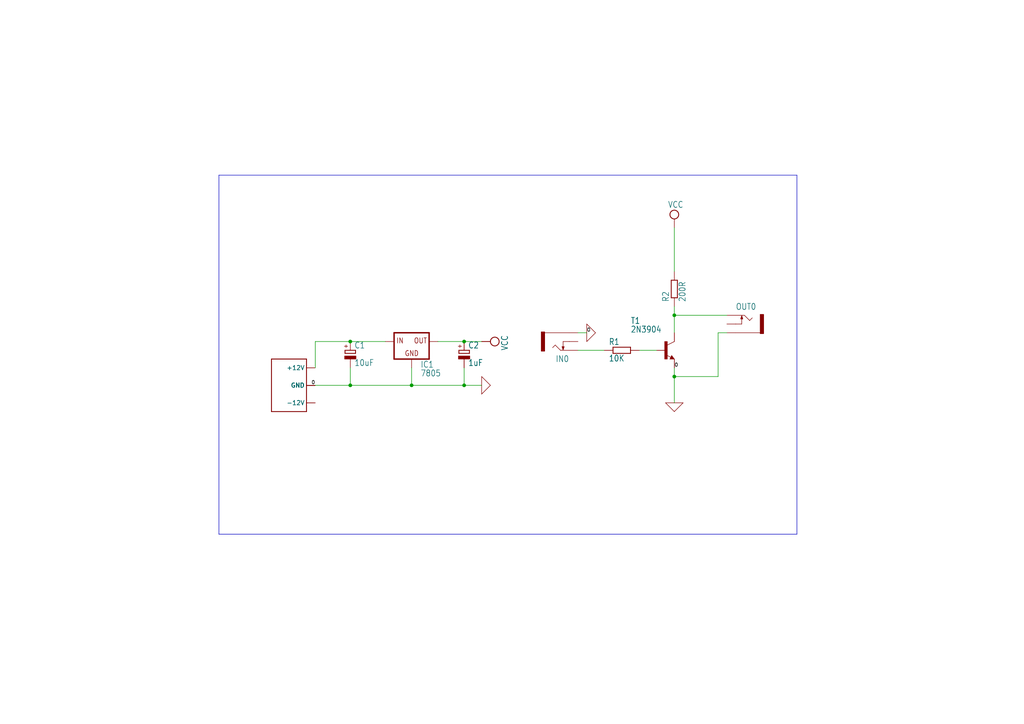
<source format=kicad_sch>
(kicad_sch (version 20211123) (generator eeschema)

  (uuid 9d16e1ca-5af8-4bf4-a4fd-f063344e6133)

  (paper "A4")

  (lib_symbols
    (symbol "notgate-eagle-import:-NPN-TO92-EBC" (in_bom yes) (on_board yes)
      (property "Reference" "T" (id 0) (at -10.16 7.62 0)
        (effects (font (size 1.778 1.5113)) (justify left bottom))
      )
      (property "Value" "-NPN-TO92-EBC" (id 1) (at -10.16 5.08 0)
        (effects (font (size 1.778 1.5113)) (justify left bottom))
      )
      (property "Footprint" "notgate:TO92-EBC" (id 2) (at 0 0 0)
        (effects (font (size 1.27 1.27)) hide)
      )
      (property "Datasheet" "" (id 3) (at 0 0 0)
        (effects (font (size 1.27 1.27)) hide)
      )
      (property "ki_locked" "" (id 4) (at 0 0 0)
        (effects (font (size 1.27 1.27)))
      )
      (symbol "-NPN-TO92-EBC_1_0"
        (rectangle (start -0.254 -2.54) (end 0.508 2.54)
          (stroke (width 0) (type default) (color 0 0 0 0))
          (fill (type outline))
        )
        (polyline
          (pts
            (xy 1.27 -2.54)
            (xy 1.778 -1.524)
          )
          (stroke (width 0.1524) (type default) (color 0 0 0 0))
          (fill (type none))
        )
        (polyline
          (pts
            (xy 1.524 -2.413)
            (xy 2.286 -2.413)
          )
          (stroke (width 0.254) (type default) (color 0 0 0 0))
          (fill (type none))
        )
        (polyline
          (pts
            (xy 1.524 -2.286)
            (xy 1.905 -2.286)
          )
          (stroke (width 0.254) (type default) (color 0 0 0 0))
          (fill (type none))
        )
        (polyline
          (pts
            (xy 1.54 -2.04)
            (xy 0.308 -1.424)
          )
          (stroke (width 0.1524) (type default) (color 0 0 0 0))
          (fill (type none))
        )
        (polyline
          (pts
            (xy 1.778 -1.778)
            (xy 1.524 -2.286)
          )
          (stroke (width 0.254) (type default) (color 0 0 0 0))
          (fill (type none))
        )
        (polyline
          (pts
            (xy 1.778 -1.524)
            (xy 2.54 -2.54)
          )
          (stroke (width 0.1524) (type default) (color 0 0 0 0))
          (fill (type none))
        )
        (polyline
          (pts
            (xy 1.905 -2.286)
            (xy 1.778 -2.032)
          )
          (stroke (width 0.254) (type default) (color 0 0 0 0))
          (fill (type none))
        )
        (polyline
          (pts
            (xy 2.286 -2.413)
            (xy 1.778 -1.778)
          )
          (stroke (width 0.254) (type default) (color 0 0 0 0))
          (fill (type none))
        )
        (polyline
          (pts
            (xy 2.54 -2.54)
            (xy 1.27 -2.54)
          )
          (stroke (width 0.1524) (type default) (color 0 0 0 0))
          (fill (type none))
        )
        (polyline
          (pts
            (xy 2.54 2.54)
            (xy 0.508 1.524)
          )
          (stroke (width 0.1524) (type default) (color 0 0 0 0))
          (fill (type none))
        )
        (pin passive line (at -2.54 0 0) (length 2.54)
          (name "B" (effects (font (size 0 0))))
          (number "B" (effects (font (size 0 0))))
        )
        (pin passive line (at 2.54 5.08 270) (length 2.54)
          (name "C" (effects (font (size 0 0))))
          (number "C" (effects (font (size 0 0))))
        )
        (pin passive line (at 2.54 -5.08 90) (length 2.54)
          (name "E" (effects (font (size 0 0))))
          (number "E" (effects (font (size 0 0))))
        )
      )
    )
    (symbol "notgate-eagle-import:78MXXL" (in_bom yes) (on_board yes)
      (property "Reference" "IC" (id 0) (at 2.54 -7.62 0)
        (effects (font (size 1.778 1.5113)) (justify left bottom))
      )
      (property "Value" "78MXXL" (id 1) (at 2.54 -10.16 0)
        (effects (font (size 1.778 1.5113)) (justify left bottom))
      )
      (property "Footprint" "notgate:78MXXL" (id 2) (at 0 0 0)
        (effects (font (size 1.27 1.27)) hide)
      )
      (property "Datasheet" "" (id 3) (at 0 0 0)
        (effects (font (size 1.27 1.27)) hide)
      )
      (property "ki_locked" "" (id 4) (at 0 0 0)
        (effects (font (size 1.27 1.27)))
      )
      (symbol "78MXXL_1_0"
        (polyline
          (pts
            (xy -5.08 -5.08)
            (xy 5.08 -5.08)
          )
          (stroke (width 0.4064) (type default) (color 0 0 0 0))
          (fill (type none))
        )
        (polyline
          (pts
            (xy -5.08 2.54)
            (xy -5.08 -5.08)
          )
          (stroke (width 0.4064) (type default) (color 0 0 0 0))
          (fill (type none))
        )
        (polyline
          (pts
            (xy 5.08 -5.08)
            (xy 5.08 2.54)
          )
          (stroke (width 0.4064) (type default) (color 0 0 0 0))
          (fill (type none))
        )
        (polyline
          (pts
            (xy 5.08 2.54)
            (xy -5.08 2.54)
          )
          (stroke (width 0.4064) (type default) (color 0 0 0 0))
          (fill (type none))
        )
        (text "GND" (at -2.032 -4.318 0)
          (effects (font (size 1.524 1.2954)) (justify left bottom))
        )
        (text "IN" (at -4.445 -0.635 0)
          (effects (font (size 1.524 1.2954)) (justify left bottom))
        )
        (text "OUT" (at 0.635 -0.635 0)
          (effects (font (size 1.524 1.2954)) (justify left bottom))
        )
        (pin input line (at 0 -7.62 90) (length 2.54)
          (name "GND" (effects (font (size 0 0))))
          (number "GND" (effects (font (size 0 0))))
        )
        (pin input line (at -7.62 0 0) (length 2.54)
          (name "IN" (effects (font (size 0 0))))
          (number "IN" (effects (font (size 0 0))))
        )
        (pin passive line (at 7.62 0 180) (length 2.54)
          (name "OUT" (effects (font (size 0 0))))
          (number "OUT" (effects (font (size 0 0))))
        )
      )
    )
    (symbol "notgate-eagle-import:CPOL-EUE2,5-6E" (in_bom yes) (on_board yes)
      (property "Reference" "C" (id 0) (at 1.143 0.4826 0)
        (effects (font (size 1.778 1.5113)) (justify left bottom))
      )
      (property "Value" "CPOL-EUE2,5-6E" (id 1) (at 1.143 -4.5974 0)
        (effects (font (size 1.778 1.5113)) (justify left bottom))
      )
      (property "Footprint" "notgate:E2,5-6E" (id 2) (at 0 0 0)
        (effects (font (size 1.27 1.27)) hide)
      )
      (property "Datasheet" "" (id 3) (at 0 0 0)
        (effects (font (size 1.27 1.27)) hide)
      )
      (property "ki_locked" "" (id 4) (at 0 0 0)
        (effects (font (size 1.27 1.27)))
      )
      (symbol "CPOL-EUE2,5-6E_1_0"
        (rectangle (start -1.651 -2.54) (end 1.651 -1.651)
          (stroke (width 0) (type default) (color 0 0 0 0))
          (fill (type outline))
        )
        (polyline
          (pts
            (xy -1.524 -0.889)
            (xy 1.524 -0.889)
          )
          (stroke (width 0.254) (type default) (color 0 0 0 0))
          (fill (type none))
        )
        (polyline
          (pts
            (xy -1.524 0)
            (xy -1.524 -0.889)
          )
          (stroke (width 0.254) (type default) (color 0 0 0 0))
          (fill (type none))
        )
        (polyline
          (pts
            (xy -1.524 0)
            (xy 1.524 0)
          )
          (stroke (width 0.254) (type default) (color 0 0 0 0))
          (fill (type none))
        )
        (polyline
          (pts
            (xy 1.524 -0.889)
            (xy 1.524 0)
          )
          (stroke (width 0.254) (type default) (color 0 0 0 0))
          (fill (type none))
        )
        (text "+" (at -0.5842 0.4064 900)
          (effects (font (size 1.27 1.0795)) (justify left bottom))
        )
        (pin passive line (at 0 2.54 270) (length 2.54)
          (name "+" (effects (font (size 0 0))))
          (number "+" (effects (font (size 0 0))))
        )
        (pin passive line (at 0 -5.08 90) (length 2.54)
          (name "-" (effects (font (size 0 0))))
          (number "-" (effects (font (size 0 0))))
        )
      )
    )
    (symbol "notgate-eagle-import:EURO_POWER_LOCKSKINNY" (in_bom yes) (on_board yes)
      (property "Reference" "C" (id 0) (at 0 0 0)
        (effects (font (size 1.27 1.27)) hide)
      )
      (property "Value" "EURO_POWER_LOCKSKINNY" (id 1) (at 0 0 0)
        (effects (font (size 1.27 1.27)) hide)
      )
      (property "Footprint" "notgate:EURO_POWER_HEADER" (id 2) (at 0 0 0)
        (effects (font (size 1.27 1.27)) hide)
      )
      (property "Datasheet" "" (id 3) (at 0 0 0)
        (effects (font (size 1.27 1.27)) hide)
      )
      (property "ki_locked" "" (id 4) (at 0 0 0)
        (effects (font (size 1.27 1.27)))
      )
      (symbol "EURO_POWER_LOCKSKINNY_1_0"
        (polyline
          (pts
            (xy -7.62 7.62)
            (xy -7.62 -7.62)
          )
          (stroke (width 0.254) (type default) (color 0 0 0 0))
          (fill (type none))
        )
        (polyline
          (pts
            (xy 2.54 -7.62)
            (xy -7.62 -7.62)
          )
          (stroke (width 0.254) (type default) (color 0 0 0 0))
          (fill (type none))
        )
        (polyline
          (pts
            (xy 2.54 7.62)
            (xy -7.62 7.62)
          )
          (stroke (width 0.254) (type default) (color 0 0 0 0))
          (fill (type none))
        )
        (polyline
          (pts
            (xy 2.54 7.62)
            (xy 2.54 -7.62)
          )
          (stroke (width 0.254) (type default) (color 0 0 0 0))
          (fill (type none))
        )
        (pin bidirectional line (at 5.08 -5.08 180) (length 2.54)
          (name "-12V" (effects (font (size 1.27 1.27))))
          (number "1" (effects (font (size 0 0))))
        )
        (pin bidirectional line (at 5.08 5.08 180) (length 2.54)
          (name "+12V" (effects (font (size 1.27 1.27))))
          (number "10" (effects (font (size 0 0))))
        )
        (pin bidirectional line (at 5.08 -5.08 180) (length 2.54)
          (name "-12V" (effects (font (size 1.27 1.27))))
          (number "2" (effects (font (size 0 0))))
        )
        (pin bidirectional line (at 5.08 0 180) (length 2.54)
          (name "GND" (effects (font (size 1.27 1.27))))
          (number "3" (effects (font (size 0 0))))
        )
        (pin bidirectional line (at 5.08 0 180) (length 2.54)
          (name "GND" (effects (font (size 1.27 1.27))))
          (number "4" (effects (font (size 0 0))))
        )
        (pin bidirectional line (at 5.08 0 180) (length 2.54)
          (name "GND" (effects (font (size 1.27 1.27))))
          (number "5" (effects (font (size 0 0))))
        )
        (pin bidirectional line (at 5.08 0 180) (length 2.54)
          (name "GND" (effects (font (size 1.27 1.27))))
          (number "6" (effects (font (size 0 0))))
        )
        (pin bidirectional line (at 5.08 0 180) (length 2.54)
          (name "GND" (effects (font (size 1.27 1.27))))
          (number "7" (effects (font (size 0 0))))
        )
        (pin bidirectional line (at 5.08 0 180) (length 2.54)
          (name "GND" (effects (font (size 1.27 1.27))))
          (number "8" (effects (font (size 0 0))))
        )
        (pin bidirectional line (at 5.08 5.08 180) (length 2.54)
          (name "+12V" (effects (font (size 1.27 1.27))))
          (number "9" (effects (font (size 0 0))))
        )
      )
    )
    (symbol "notgate-eagle-import:GND" (power) (in_bom yes) (on_board yes)
      (property "Reference" "#X_" (id 0) (at 0 0 0)
        (effects (font (size 1.27 1.27)) hide)
      )
      (property "Value" "GND" (id 1) (at 0 0 0)
        (effects (font (size 1.27 1.27)) hide)
      )
      (property "Footprint" "notgate:" (id 2) (at 0 0 0)
        (effects (font (size 1.27 1.27)) hide)
      )
      (property "Datasheet" "" (id 3) (at 0 0 0)
        (effects (font (size 1.27 1.27)) hide)
      )
      (property "ki_locked" "" (id 4) (at 0 0 0)
        (effects (font (size 1.27 1.27)))
      )
      (symbol "GND_1_0"
        (polyline
          (pts
            (xy -2.54 0)
            (xy 2.54 0)
          )
          (stroke (width 0.1524) (type default) (color 0 0 0 0))
          (fill (type none))
        )
        (polyline
          (pts
            (xy 0 -2.54)
            (xy -2.54 0)
          )
          (stroke (width 0.1524) (type default) (color 0 0 0 0))
          (fill (type none))
        )
        (polyline
          (pts
            (xy 2.54 0)
            (xy 0 -2.54)
          )
          (stroke (width 0.1524) (type default) (color 0 0 0 0))
          (fill (type none))
        )
        (pin power_in line (at 0 0 0) (length 0)
          (name "0" (effects (font (size 0 0))))
          (number "1" (effects (font (size 0 0))))
        )
      )
    )
    (symbol "notgate-eagle-import:RESISTOR7MM" (in_bom yes) (on_board yes)
      (property "Reference" "R" (id 0) (at -3.81 1.4986 0)
        (effects (font (size 1.778 1.5113)) (justify left bottom))
      )
      (property "Value" "RESISTOR7MM" (id 1) (at -3.81 -3.302 0)
        (effects (font (size 1.778 1.5113)) (justify left bottom))
      )
      (property "Footprint" "notgate:7MM_RESISTOR" (id 2) (at 0 0 0)
        (effects (font (size 1.27 1.27)) hide)
      )
      (property "Datasheet" "" (id 3) (at 0 0 0)
        (effects (font (size 1.27 1.27)) hide)
      )
      (property "ki_locked" "" (id 4) (at 0 0 0)
        (effects (font (size 1.27 1.27)))
      )
      (symbol "RESISTOR7MM_1_0"
        (polyline
          (pts
            (xy -2.54 -0.889)
            (xy -2.54 0.889)
          )
          (stroke (width 0.254) (type default) (color 0 0 0 0))
          (fill (type none))
        )
        (polyline
          (pts
            (xy -2.54 -0.889)
            (xy 2.54 -0.889)
          )
          (stroke (width 0.254) (type default) (color 0 0 0 0))
          (fill (type none))
        )
        (polyline
          (pts
            (xy 2.54 -0.889)
            (xy 2.54 0.889)
          )
          (stroke (width 0.254) (type default) (color 0 0 0 0))
          (fill (type none))
        )
        (polyline
          (pts
            (xy 2.54 0.889)
            (xy -2.54 0.889)
          )
          (stroke (width 0.254) (type default) (color 0 0 0 0))
          (fill (type none))
        )
        (pin passive line (at -5.08 0 0) (length 2.54)
          (name "1" (effects (font (size 0 0))))
          (number "1" (effects (font (size 0 0))))
        )
        (pin passive line (at 5.08 0 180) (length 2.54)
          (name "2" (effects (font (size 0 0))))
          (number "2" (effects (font (size 0 0))))
        )
      )
    )
    (symbol "notgate-eagle-import:THONKICONNNEW" (in_bom yes) (on_board yes)
      (property "Reference" "U" (id 0) (at -2.54 4.064 0)
        (effects (font (size 1.778 1.5113)) (justify left bottom))
      )
      (property "Value" "THONKICONNNEW" (id 1) (at 0 0 0)
        (effects (font (size 1.27 1.27)) hide)
      )
      (property "Footprint" "notgate:WQP-PJ301M-12_JACK" (id 2) (at 0 0 0)
        (effects (font (size 1.27 1.27)) hide)
      )
      (property "Datasheet" "" (id 3) (at 0 0 0)
        (effects (font (size 1.27 1.27)) hide)
      )
      (property "ki_locked" "" (id 4) (at 0 0 0)
        (effects (font (size 1.27 1.27)))
      )
      (symbol "THONKICONNNEW_1_0"
        (polyline
          (pts
            (xy -2.54 -2.54)
            (xy 4.572 -2.54)
          )
          (stroke (width 0.1524) (type default) (color 0 0 0 0))
          (fill (type none))
        )
        (polyline
          (pts
            (xy -2.54 0)
            (xy -0.762 0)
          )
          (stroke (width 0.1524) (type default) (color 0 0 0 0))
          (fill (type none))
        )
        (polyline
          (pts
            (xy -2.54 2.54)
            (xy 0 2.54)
          )
          (stroke (width 0.1524) (type default) (color 0 0 0 0))
          (fill (type none))
        )
        (polyline
          (pts
            (xy -1.016 1.524)
            (xy -0.508 1.524)
          )
          (stroke (width 0.254) (type default) (color 0 0 0 0))
          (fill (type none))
        )
        (polyline
          (pts
            (xy -0.762 0)
            (xy -0.762 2.286)
          )
          (stroke (width 0.1524) (type default) (color 0 0 0 0))
          (fill (type none))
        )
        (polyline
          (pts
            (xy -0.762 2.286)
            (xy -1.016 1.524)
          )
          (stroke (width 0.254) (type default) (color 0 0 0 0))
          (fill (type none))
        )
        (polyline
          (pts
            (xy -0.508 1.524)
            (xy -0.762 2.286)
          )
          (stroke (width 0.254) (type default) (color 0 0 0 0))
          (fill (type none))
        )
        (polyline
          (pts
            (xy 0 2.54)
            (xy 1.524 1.016)
          )
          (stroke (width 0.1524) (type default) (color 0 0 0 0))
          (fill (type none))
        )
        (polyline
          (pts
            (xy 1.524 1.016)
            (xy 2.286 1.778)
          )
          (stroke (width 0.1524) (type default) (color 0 0 0 0))
          (fill (type none))
        )
        (rectangle (start 4.572 2.794) (end 5.588 -2.794)
          (stroke (width 0) (type default) (color 0 0 0 0))
          (fill (type outline))
        )
        (pin passive line (at -5.08 2.54 0) (length 2.54)
          (name "TIP" (effects (font (size 0 0))))
          (number "P$1_TIP" (effects (font (size 0 0))))
        )
        (pin passive line (at -5.08 0 0) (length 2.54)
          (name "SWITCH" (effects (font (size 0 0))))
          (number "P$2_SWITCH" (effects (font (size 0 0))))
        )
        (pin passive line (at -5.08 -2.54 0) (length 2.54)
          (name "SLEEVE" (effects (font (size 0 0))))
          (number "P$3_SLEEVE" (effects (font (size 0 0))))
        )
      )
    )
    (symbol "notgate-eagle-import:VCC" (power) (in_bom yes) (on_board yes)
      (property "Reference" "#SUPPLY" (id 0) (at 0 0 0)
        (effects (font (size 1.27 1.27)) hide)
      )
      (property "Value" "VCC" (id 1) (at -1.905 3.175 0)
        (effects (font (size 1.778 1.5113)) (justify left bottom))
      )
      (property "Footprint" "notgate:" (id 2) (at 0 0 0)
        (effects (font (size 1.27 1.27)) hide)
      )
      (property "Datasheet" "" (id 3) (at 0 0 0)
        (effects (font (size 1.27 1.27)) hide)
      )
      (property "ki_locked" "" (id 4) (at 0 0 0)
        (effects (font (size 1.27 1.27)))
      )
      (symbol "VCC_1_0"
        (circle (center 0 1.27) (radius 1.27)
          (stroke (width 0.254) (type default) (color 0 0 0 0))
          (fill (type none))
        )
        (pin power_in line (at 0 -2.54 90) (length 2.54)
          (name "VCC" (effects (font (size 0 0))))
          (number "1" (effects (font (size 0 0))))
        )
      )
    )
  )

  (junction (at 195.58 91.44) (diameter 0) (color 0 0 0 0)
    (uuid 7578d56c-42ac-4a51-95d4-d78f0b00638a)
  )
  (junction (at 134.62 99.06) (diameter 0) (color 0 0 0 0)
    (uuid 79c36876-a216-4e94-b78c-77d1405a2c52)
  )
  (junction (at 195.58 109.22) (diameter 0) (color 0 0 0 0)
    (uuid 81427c59-fa5f-4eaf-a78f-a42075c58f6f)
  )
  (junction (at 101.6 111.76) (diameter 0) (color 0 0 0 0)
    (uuid 96c5473c-f022-4ff4-9809-fb5d10ce8bf0)
  )
  (junction (at 134.62 111.76) (diameter 0) (color 0 0 0 0)
    (uuid 9a481a32-548b-4c6e-a602-8046b2d5c01f)
  )
  (junction (at 101.6 99.06) (diameter 0) (color 0 0 0 0)
    (uuid adf59fab-03ec-4ff5-828a-4ff6c03deaa8)
  )
  (junction (at 119.38 111.76) (diameter 0) (color 0 0 0 0)
    (uuid cacb2dad-473a-4f5e-ba2b-3284a7076169)
  )

  (wire (pts (xy 101.6 111.76) (xy 119.38 111.76))
    (stroke (width 0) (type default) (color 0 0 0 0))
    (uuid 12cbb971-9cf8-4665-a268-eda1763e5240)
  )
  (wire (pts (xy 210.82 91.44) (xy 195.58 91.44))
    (stroke (width 0) (type default) (color 0 0 0 0))
    (uuid 19f9fe7e-147f-475d-a5f4-fca560d8eac1)
  )
  (wire (pts (xy 119.38 111.76) (xy 134.62 111.76))
    (stroke (width 0) (type default) (color 0 0 0 0))
    (uuid 200cece2-2790-469a-9458-4230c9518842)
  )
  (wire (pts (xy 208.28 109.22) (xy 195.58 109.22))
    (stroke (width 0) (type default) (color 0 0 0 0))
    (uuid 320967b5-a2bd-41af-9565-03b0ea36ac3f)
  )
  (wire (pts (xy 134.62 99.06) (xy 139.7 99.06))
    (stroke (width 0) (type default) (color 0 0 0 0))
    (uuid 32aec7ee-2764-420e-aa43-b54eacc83a81)
  )
  (wire (pts (xy 195.58 109.22) (xy 195.58 116.84))
    (stroke (width 0) (type default) (color 0 0 0 0))
    (uuid 38a23495-ba17-4e79-b8ce-2fd74b21f013)
  )
  (polyline (pts (xy 231.14 50.8) (xy 63.5 50.8))
    (stroke (width 0) (type solid) (color 0 0 0 0))
    (uuid 42ea08fc-0bff-4183-abb6-737a570be43b)
  )

  (wire (pts (xy 195.58 91.44) (xy 195.58 96.52))
    (stroke (width 0) (type default) (color 0 0 0 0))
    (uuid 4847636a-8803-434e-87e7-b49248f047eb)
  )
  (wire (pts (xy 127 99.06) (xy 134.62 99.06))
    (stroke (width 0) (type default) (color 0 0 0 0))
    (uuid 4e5e16cd-aa0c-444c-ba79-cf2fc08a8c72)
  )
  (wire (pts (xy 119.38 111.76) (xy 119.38 106.68))
    (stroke (width 0) (type default) (color 0 0 0 0))
    (uuid 668919bd-6920-4598-9a3f-504d185a1013)
  )
  (wire (pts (xy 185.42 101.6) (xy 190.5 101.6))
    (stroke (width 0) (type default) (color 0 0 0 0))
    (uuid 69d18768-afc2-494c-9bcb-ebd1a7ca749b)
  )
  (wire (pts (xy 208.28 96.52) (xy 208.28 109.22))
    (stroke (width 0) (type default) (color 0 0 0 0))
    (uuid 6d7e056b-21ac-4a04-be70-7f12f01dccef)
  )
  (wire (pts (xy 101.6 99.06) (xy 111.76 99.06))
    (stroke (width 0) (type default) (color 0 0 0 0))
    (uuid 71ded1ec-8556-4858-9bfb-8bc0df59acb1)
  )
  (wire (pts (xy 101.6 106.68) (xy 101.6 111.76))
    (stroke (width 0) (type default) (color 0 0 0 0))
    (uuid 7bffe3b6-44d5-410c-a1fa-35d737c117b2)
  )
  (wire (pts (xy 195.58 106.68) (xy 195.58 109.22))
    (stroke (width 0) (type default) (color 0 0 0 0))
    (uuid 9064a321-269a-4d86-bac7-48817d792314)
  )
  (wire (pts (xy 91.44 106.68) (xy 91.44 99.06))
    (stroke (width 0) (type default) (color 0 0 0 0))
    (uuid af7b097c-9aea-42e3-aa46-ba93bfcb9db0)
  )
  (wire (pts (xy 195.58 78.74) (xy 195.58 66.04))
    (stroke (width 0) (type default) (color 0 0 0 0))
    (uuid b8194cef-d670-4b99-9e43-b1fc74f39bcd)
  )
  (wire (pts (xy 134.62 106.68) (xy 134.62 111.76))
    (stroke (width 0) (type default) (color 0 0 0 0))
    (uuid c106fcc7-5198-4760-a52a-2f5d1eefe765)
  )
  (wire (pts (xy 91.44 111.76) (xy 101.6 111.76))
    (stroke (width 0) (type default) (color 0 0 0 0))
    (uuid c1824d91-fdae-41c7-80ce-ba8d20a4993c)
  )
  (polyline (pts (xy 63.5 50.8) (xy 63.5 154.94))
    (stroke (width 0) (type solid) (color 0 0 0 0))
    (uuid ca445327-ee82-483e-94b0-9617d51a5501)
  )

  (wire (pts (xy 167.64 101.6) (xy 175.26 101.6))
    (stroke (width 0) (type default) (color 0 0 0 0))
    (uuid cc78fd3a-ab24-429b-8038-149fd023e0b1)
  )
  (wire (pts (xy 208.28 96.52) (xy 210.82 96.52))
    (stroke (width 0) (type default) (color 0 0 0 0))
    (uuid d043b495-94e8-4135-b8cc-2e105e4c8294)
  )
  (wire (pts (xy 195.58 88.9) (xy 195.58 91.44))
    (stroke (width 0) (type default) (color 0 0 0 0))
    (uuid d27b98ad-1829-4fd7-b456-7f9eec5b0029)
  )
  (polyline (pts (xy 231.14 154.94) (xy 231.14 50.8))
    (stroke (width 0) (type solid) (color 0 0 0 0))
    (uuid df6f2ac5-f855-4fd0-8b3a-3a64ace7d7e4)
  )
  (polyline (pts (xy 63.5 154.94) (xy 231.14 154.94))
    (stroke (width 0) (type solid) (color 0 0 0 0))
    (uuid ef8d228f-cdaf-4e73-b671-ed72a81dacca)
  )

  (wire (pts (xy 91.44 99.06) (xy 101.6 99.06))
    (stroke (width 0) (type default) (color 0 0 0 0))
    (uuid f1b80167-010d-4fad-80ca-cd5205b4a74b)
  )
  (wire (pts (xy 170.18 96.52) (xy 167.64 96.52))
    (stroke (width 0) (type default) (color 0 0 0 0))
    (uuid f3790c39-8fee-402b-8a80-b198e05a88df)
  )
  (wire (pts (xy 139.7 111.76) (xy 134.62 111.76))
    (stroke (width 0) (type default) (color 0 0 0 0))
    (uuid ff5ba8f0-4cd1-41b6-96ab-80d6b1d1d081)
  )

  (label "0" (at 91.44 111.76 180)
    (effects (font (size 1.016 1.016)) (justify right bottom))
    (uuid 0a2ef204-aa2c-4280-bf0e-06bf1134949b)
  )
  (label "0" (at 195.58 106.68 0)
    (effects (font (size 1.016 1.016)) (justify left bottom))
    (uuid ba1431be-9a98-4e93-bdab-711cf1ef5da3)
  )
  (label "0" (at 170.18 96.52 0)
    (effects (font (size 1.016 1.016)) (justify left bottom))
    (uuid dab89c0a-0ccb-4a37-811a-f7768d8e52be)
  )

  (symbol (lib_id "notgate-eagle-import:VCC") (at 142.24 99.06 270) (unit 1)
    (in_bom yes) (on_board yes)
    (uuid 17978caf-6799-4803-84b7-4b8fa7eb59b2)
    (property "Reference" "#SUPPLY2" (id 0) (at 142.24 99.06 0)
      (effects (font (size 1.27 1.27)) hide)
    )
    (property "Value" "" (id 1) (at 145.415 97.155 0)
      (effects (font (size 1.778 1.5113)) (justify left bottom))
    )
    (property "Footprint" "" (id 2) (at 142.24 99.06 0)
      (effects (font (size 1.27 1.27)) hide)
    )
    (property "Datasheet" "" (id 3) (at 142.24 99.06 0)
      (effects (font (size 1.27 1.27)) hide)
    )
    (pin "1" (uuid d61469bf-a402-432c-affb-b5684c00e36f))
  )

  (symbol (lib_id "notgate-eagle-import:78MXXL") (at 119.38 99.06 0) (unit 1)
    (in_bom yes) (on_board yes)
    (uuid 356b4cbc-f5ce-4008-b0ff-3b535d868947)
    (property "Reference" "IC1" (id 0) (at 121.92 106.68 0)
      (effects (font (size 1.778 1.5113)) (justify left bottom))
    )
    (property "Value" "" (id 1) (at 121.92 109.22 0)
      (effects (font (size 1.778 1.5113)) (justify left bottom))
    )
    (property "Footprint" "" (id 2) (at 119.38 99.06 0)
      (effects (font (size 1.27 1.27)) hide)
    )
    (property "Datasheet" "" (id 3) (at 119.38 99.06 0)
      (effects (font (size 1.27 1.27)) hide)
    )
    (pin "GND" (uuid c12ff53f-4575-4f95-a5fe-6301d9a00219))
    (pin "IN" (uuid 3d771852-4043-4259-ac46-5ba7f7a7c3a6))
    (pin "OUT" (uuid ef1c6d9e-8190-46b6-b632-05228d67fd95))
  )

  (symbol (lib_id "notgate-eagle-import:GND") (at 195.58 116.84 0) (unit 1)
    (in_bom yes) (on_board yes)
    (uuid 35bb3e9a-f0b6-42f0-b9e6-b40ec245415f)
    (property "Reference" "#X_3" (id 0) (at 195.58 116.84 0)
      (effects (font (size 1.27 1.27)) hide)
    )
    (property "Value" "" (id 1) (at 195.58 116.84 0)
      (effects (font (size 1.27 1.27)) hide)
    )
    (property "Footprint" "" (id 2) (at 195.58 116.84 0)
      (effects (font (size 1.27 1.27)) hide)
    )
    (property "Datasheet" "" (id 3) (at 195.58 116.84 0)
      (effects (font (size 1.27 1.27)) hide)
    )
    (pin "1" (uuid 728b9aaf-8194-4a1b-92c2-fac154c61177))
  )

  (symbol (lib_id "notgate-eagle-import:GND") (at 170.18 96.52 90) (unit 1)
    (in_bom yes) (on_board yes)
    (uuid 3a4dbbf2-b48b-4c81-914e-f77d7caf7f5f)
    (property "Reference" "#X_2" (id 0) (at 170.18 96.52 0)
      (effects (font (size 1.27 1.27)) hide)
    )
    (property "Value" "" (id 1) (at 170.18 96.52 0)
      (effects (font (size 1.27 1.27)) hide)
    )
    (property "Footprint" "" (id 2) (at 170.18 96.52 0)
      (effects (font (size 1.27 1.27)) hide)
    )
    (property "Datasheet" "" (id 3) (at 170.18 96.52 0)
      (effects (font (size 1.27 1.27)) hide)
    )
    (pin "1" (uuid d9c575ef-db0d-4243-9e74-9000615a334e))
  )

  (symbol (lib_id "notgate-eagle-import:VCC") (at 195.58 63.5 0) (unit 1)
    (in_bom yes) (on_board yes)
    (uuid 450cda37-53f4-4b89-b8e1-2ece0724a796)
    (property "Reference" "#SUPPLY1" (id 0) (at 195.58 63.5 0)
      (effects (font (size 1.27 1.27)) hide)
    )
    (property "Value" "" (id 1) (at 193.675 60.325 0)
      (effects (font (size 1.778 1.5113)) (justify left bottom))
    )
    (property "Footprint" "" (id 2) (at 195.58 63.5 0)
      (effects (font (size 1.27 1.27)) hide)
    )
    (property "Datasheet" "" (id 3) (at 195.58 63.5 0)
      (effects (font (size 1.27 1.27)) hide)
    )
    (pin "1" (uuid a4480702-0256-4149-a7eb-1dc659713f29))
  )

  (symbol (lib_id "notgate-eagle-import:EURO_POWER_LOCKSKINNY") (at 86.36 111.76 0) (unit 1)
    (in_bom yes) (on_board yes)
    (uuid 4bdf9949-8622-4b46-a20b-39b1e4c15ebd)
    (property "Reference" "C3" (id 0) (at 86.36 111.76 0)
      (effects (font (size 1.27 1.27)) hide)
    )
    (property "Value" "" (id 1) (at 86.36 111.76 0)
      (effects (font (size 1.27 1.27)) hide)
    )
    (property "Footprint" "" (id 2) (at 86.36 111.76 0)
      (effects (font (size 1.27 1.27)) hide)
    )
    (property "Datasheet" "" (id 3) (at 86.36 111.76 0)
      (effects (font (size 1.27 1.27)) hide)
    )
    (pin "1" (uuid 6a1e89bc-deeb-4b51-8efe-ff9fbb4bd53d))
    (pin "10" (uuid 22adc8a9-fd5f-49d5-a9f4-37968fcac511))
    (pin "2" (uuid 78ad6a57-0d37-42af-bd90-9836a2373e2f))
    (pin "3" (uuid 36463c8e-a682-426a-a54c-d6cfeaf4938a))
    (pin "4" (uuid 4193f214-af14-419f-a7e0-6b182ee9d5b0))
    (pin "5" (uuid 89a20b25-15bc-41d0-82a2-d954f9489178))
    (pin "6" (uuid 4180c4db-05a4-4bfd-82ff-faa2b1dd24f9))
    (pin "7" (uuid c871efe0-cd9a-4c7b-b8d1-012288291bc2))
    (pin "8" (uuid 9bfaff0e-3931-41d1-b07e-d3aaa401d368))
    (pin "9" (uuid 0760dc00-25bf-4749-92ba-68ca6b0a133b))
  )

  (symbol (lib_id "notgate-eagle-import:RESISTOR7MM") (at 195.58 83.82 90) (unit 1)
    (in_bom yes) (on_board yes)
    (uuid 5ea2873a-0863-484b-9101-f4b19994c5a1)
    (property "Reference" "R2" (id 0) (at 194.0814 87.63 0)
      (effects (font (size 1.778 1.5113)) (justify left bottom))
    )
    (property "Value" "" (id 1) (at 198.882 87.63 0)
      (effects (font (size 1.778 1.5113)) (justify left bottom))
    )
    (property "Footprint" "" (id 2) (at 195.58 83.82 0)
      (effects (font (size 1.27 1.27)) hide)
    )
    (property "Datasheet" "" (id 3) (at 195.58 83.82 0)
      (effects (font (size 1.27 1.27)) hide)
    )
    (pin "1" (uuid 289468b1-4762-4c29-9c56-454d92e85b09))
    (pin "2" (uuid e931641d-9aec-4909-978f-a948118cc542))
  )

  (symbol (lib_id "notgate-eagle-import:CPOL-EUE2,5-6E") (at 101.6 101.6 0) (unit 1)
    (in_bom yes) (on_board yes)
    (uuid 5ec02d79-28b9-456b-9599-b481b3b4cf4a)
    (property "Reference" "C1" (id 0) (at 102.743 101.1174 0)
      (effects (font (size 1.778 1.5113)) (justify left bottom))
    )
    (property "Value" "" (id 1) (at 102.743 106.1974 0)
      (effects (font (size 1.778 1.5113)) (justify left bottom))
    )
    (property "Footprint" "" (id 2) (at 101.6 101.6 0)
      (effects (font (size 1.27 1.27)) hide)
    )
    (property "Datasheet" "" (id 3) (at 101.6 101.6 0)
      (effects (font (size 1.27 1.27)) hide)
    )
    (pin "+" (uuid 8024e03b-e4d0-4274-a283-4362736ef9ba))
    (pin "-" (uuid 96ae55fe-e3aa-4739-b810-42348e113a75))
  )

  (symbol (lib_id "notgate-eagle-import:CPOL-EUE2,5-6E") (at 134.62 101.6 0) (unit 1)
    (in_bom yes) (on_board yes)
    (uuid 9b4955e8-bbb7-442b-af6a-a2aee9831230)
    (property "Reference" "C2" (id 0) (at 135.763 101.1174 0)
      (effects (font (size 1.778 1.5113)) (justify left bottom))
    )
    (property "Value" "" (id 1) (at 135.763 106.1974 0)
      (effects (font (size 1.778 1.5113)) (justify left bottom))
    )
    (property "Footprint" "" (id 2) (at 134.62 101.6 0)
      (effects (font (size 1.27 1.27)) hide)
    )
    (property "Datasheet" "" (id 3) (at 134.62 101.6 0)
      (effects (font (size 1.27 1.27)) hide)
    )
    (pin "+" (uuid fc36ef9e-8cf6-45c7-a927-5e34928c2c5f))
    (pin "-" (uuid 832ac7bf-839d-413b-9c06-ed3c3b2a0f40))
  )

  (symbol (lib_id "notgate-eagle-import:GND") (at 139.7 111.76 90) (unit 1)
    (in_bom yes) (on_board yes)
    (uuid aec26980-3b2b-452d-a7b6-87d07f998a7e)
    (property "Reference" "#X_1" (id 0) (at 139.7 111.76 0)
      (effects (font (size 1.27 1.27)) hide)
    )
    (property "Value" "" (id 1) (at 139.7 111.76 0)
      (effects (font (size 1.27 1.27)) hide)
    )
    (property "Footprint" "" (id 2) (at 139.7 111.76 0)
      (effects (font (size 1.27 1.27)) hide)
    )
    (property "Datasheet" "" (id 3) (at 139.7 111.76 0)
      (effects (font (size 1.27 1.27)) hide)
    )
    (pin "1" (uuid 34de72ff-c2da-4b8f-a77d-710b9d781df1))
  )

  (symbol (lib_id "notgate-eagle-import:-NPN-TO92-EBC") (at 193.04 101.6 0) (unit 1)
    (in_bom yes) (on_board yes)
    (uuid b3ed1017-2fd4-48a0-8d0a-eefb571c5ce9)
    (property "Reference" "T1" (id 0) (at 182.88 93.98 0)
      (effects (font (size 1.778 1.5113)) (justify left bottom))
    )
    (property "Value" "" (id 1) (at 182.88 96.52 0)
      (effects (font (size 1.778 1.5113)) (justify left bottom))
    )
    (property "Footprint" "" (id 2) (at 193.04 101.6 0)
      (effects (font (size 1.27 1.27)) hide)
    )
    (property "Datasheet" "" (id 3) (at 193.04 101.6 0)
      (effects (font (size 1.27 1.27)) hide)
    )
    (pin "B" (uuid 39b8a7c5-9173-4c64-b0c8-f32fd0f5f174))
    (pin "C" (uuid 02865e05-a30b-4fd6-884f-0136fa3dfc56))
    (pin "E" (uuid e705ffae-ba6d-498e-b7ae-7c364959e8b4))
  )

  (symbol (lib_id "notgate-eagle-import:RESISTOR7MM") (at 180.34 101.6 0) (unit 1)
    (in_bom yes) (on_board yes)
    (uuid d502a33e-e9ee-4e1f-b0cf-1990d8f8abd8)
    (property "Reference" "R1" (id 0) (at 176.53 100.1014 0)
      (effects (font (size 1.778 1.5113)) (justify left bottom))
    )
    (property "Value" "" (id 1) (at 176.53 104.902 0)
      (effects (font (size 1.778 1.5113)) (justify left bottom))
    )
    (property "Footprint" "" (id 2) (at 180.34 101.6 0)
      (effects (font (size 1.27 1.27)) hide)
    )
    (property "Datasheet" "" (id 3) (at 180.34 101.6 0)
      (effects (font (size 1.27 1.27)) hide)
    )
    (pin "1" (uuid af96ca11-294f-449b-a187-1e2f44cf33a0))
    (pin "2" (uuid d72e180f-1e70-440d-9565-a774267f7e04))
  )

  (symbol (lib_id "notgate-eagle-import:THONKICONNNEW") (at 162.56 99.06 180) (unit 1)
    (in_bom yes) (on_board yes)
    (uuid da7f678e-5bd8-47b3-9634-0e06d0ac062f)
    (property "Reference" "IN0" (id 0) (at 165.1 103.124 0)
      (effects (font (size 1.778 1.5113)) (justify left bottom))
    )
    (property "Value" "" (id 1) (at 162.56 99.06 0)
      (effects (font (size 1.27 1.27)) hide)
    )
    (property "Footprint" "" (id 2) (at 162.56 99.06 0)
      (effects (font (size 1.27 1.27)) hide)
    )
    (property "Datasheet" "" (id 3) (at 162.56 99.06 0)
      (effects (font (size 1.27 1.27)) hide)
    )
    (pin "P$1_TIP" (uuid cbeb0cd2-a0ac-4b13-8e3e-0b5ff50f1e68))
    (pin "P$2_SWITCH" (uuid f37b66d9-351d-425d-b83f-c80d3ec03a9a))
    (pin "P$3_SLEEVE" (uuid 0be06ac2-f38d-4f48-89f2-3367755d28b2))
  )

  (symbol (lib_id "notgate-eagle-import:THONKICONNNEW") (at 215.9 93.98 0) (unit 1)
    (in_bom yes) (on_board yes)
    (uuid ece27916-cc85-4acf-8332-597c6396b506)
    (property "Reference" "OUT0" (id 0) (at 213.36 89.916 0)
      (effects (font (size 1.778 1.5113)) (justify left bottom))
    )
    (property "Value" "" (id 1) (at 215.9 93.98 0)
      (effects (font (size 1.27 1.27)) hide)
    )
    (property "Footprint" "" (id 2) (at 215.9 93.98 0)
      (effects (font (size 1.27 1.27)) hide)
    )
    (property "Datasheet" "" (id 3) (at 215.9 93.98 0)
      (effects (font (size 1.27 1.27)) hide)
    )
    (pin "P$1_TIP" (uuid 78308dcd-07f7-4a68-824f-534ecade3070))
    (pin "P$2_SWITCH" (uuid 9923a0ec-d3dd-4717-a8aa-ac665e01d1a0))
    (pin "P$3_SLEEVE" (uuid 5dbc3366-9ed4-4f45-94d7-0ed1c7f4787c))
  )

  (sheet_instances
    (path "/" (page "1"))
  )

  (symbol_instances
    (path "/450cda37-53f4-4b89-b8e1-2ece0724a796"
      (reference "#SUPPLY1") (unit 1) (value "VCC") (footprint "notgate:")
    )
    (path "/17978caf-6799-4803-84b7-4b8fa7eb59b2"
      (reference "#SUPPLY2") (unit 1) (value "VCC") (footprint "notgate:")
    )
    (path "/aec26980-3b2b-452d-a7b6-87d07f998a7e"
      (reference "#X_1") (unit 1) (value "GND") (footprint "notgate:")
    )
    (path "/3a4dbbf2-b48b-4c81-914e-f77d7caf7f5f"
      (reference "#X_2") (unit 1) (value "GND") (footprint "notgate:")
    )
    (path "/35bb3e9a-f0b6-42f0-b9e6-b40ec245415f"
      (reference "#X_3") (unit 1) (value "GND") (footprint "notgate:")
    )
    (path "/5ec02d79-28b9-456b-9599-b481b3b4cf4a"
      (reference "C1") (unit 1) (value "10uF") (footprint "notgate:E2,5-6E")
    )
    (path "/9b4955e8-bbb7-442b-af6a-a2aee9831230"
      (reference "C2") (unit 1) (value "1uF") (footprint "notgate:E2,5-6E")
    )
    (path "/4bdf9949-8622-4b46-a20b-39b1e4c15ebd"
      (reference "C3") (unit 1) (value "EURO_POWER_LOCKSKINNY") (footprint "notgate:EURO_POWER_HEADER")
    )
    (path "/356b4cbc-f5ce-4008-b0ff-3b535d868947"
      (reference "IC1") (unit 1) (value "7805") (footprint "notgate:78MXXL")
    )
    (path "/da7f678e-5bd8-47b3-9634-0e06d0ac062f"
      (reference "IN0") (unit 1) (value "THONKICONNNEW") (footprint "notgate:WQP-PJ301M-12_JACK")
    )
    (path "/ece27916-cc85-4acf-8332-597c6396b506"
      (reference "OUT0") (unit 1) (value "THONKICONNNEW") (footprint "notgate:WQP-PJ301M-12_JACK")
    )
    (path "/d502a33e-e9ee-4e1f-b0cf-1990d8f8abd8"
      (reference "R1") (unit 1) (value "10K") (footprint "notgate:7MM_RESISTOR")
    )
    (path "/5ea2873a-0863-484b-9101-f4b19994c5a1"
      (reference "R2") (unit 1) (value "200R") (footprint "notgate:7MM_RESISTOR")
    )
    (path "/b3ed1017-2fd4-48a0-8d0a-eefb571c5ce9"
      (reference "T1") (unit 1) (value "2N3904") (footprint "notgate:TO92-EBC")
    )
  )
)

</source>
